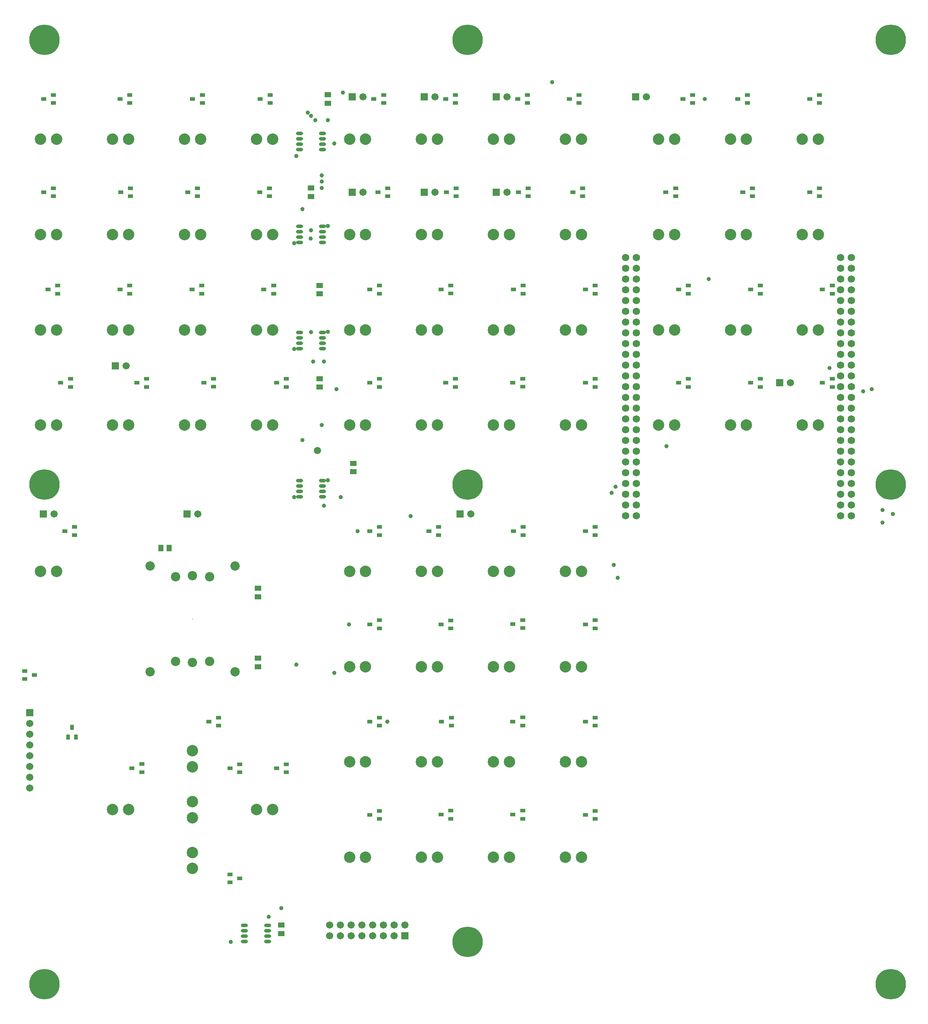
<source format=gbr>
%TF.GenerationSoftware,Altium Limited,Altium Designer,20.2.5 (213)*%
G04 Layer_Color=8388736*
%FSLAX45Y45*%
%MOMM*%
%TF.SameCoordinates,662F433C-BD6F-4083-8A0F-E7C0AAC1164F*%
%TF.FilePolarity,Negative*%
%TF.FileFunction,Soldermask,Top*%
%TF.Part,Single*%
G01*
G75*
%TA.AperFunction,ComponentPad*%
%ADD33C,2.70320*%
%ADD34C,1.70320*%
%ADD35R,1.70320X1.70320*%
%ADD36C,1.72720*%
%ADD37R,1.70320X1.70320*%
%ADD38C,0.20320*%
%ADD39C,2.20320*%
%TA.AperFunction,ViaPad*%
%ADD40C,7.20320*%
%ADD41C,1.00320*%
%ADD42C,1.70320*%
%TA.AperFunction,SMDPad,CuDef*%
%ADD45R,1.25320X0.85320*%
%ADD46R,0.85320X1.25320*%
%ADD47R,1.15320X1.60320*%
%ADD48R,1.60320X1.15320*%
%ADD49O,1.65320X0.80320*%
D33*
X15410001Y20450000D02*
D03*
X15789999D02*
D03*
X18810001Y13700000D02*
D03*
X19189999D02*
D03*
X4400008Y4435000D02*
D03*
Y4815000D02*
D03*
X18810001Y15950000D02*
D03*
X19189999D02*
D03*
X18810001Y18200000D02*
D03*
X19189999D02*
D03*
X18810001Y20450000D02*
D03*
X19189999D02*
D03*
X17110001Y13700000D02*
D03*
X17489999D02*
D03*
X17110001Y15950000D02*
D03*
X17489999D02*
D03*
X17110001Y18200000D02*
D03*
X17489999D02*
D03*
X17110001Y20450000D02*
D03*
X17489999D02*
D03*
X15410001Y13700000D02*
D03*
X15789999D02*
D03*
X15410001Y15950000D02*
D03*
X15789999D02*
D03*
X15410001Y18200000D02*
D03*
X15789999D02*
D03*
X13210001Y13700000D02*
D03*
X13589999D02*
D03*
X11510000D02*
D03*
X11890000D02*
D03*
X9810000D02*
D03*
X10190000D02*
D03*
X8110000D02*
D03*
X8490000D02*
D03*
X13210001Y15950000D02*
D03*
X13589999D02*
D03*
X11510000D02*
D03*
X11890000D02*
D03*
X9810000D02*
D03*
X10190000D02*
D03*
X8110000D02*
D03*
X8490000D02*
D03*
X13210001Y18200000D02*
D03*
X13589999D02*
D03*
X11510000D02*
D03*
X11890000D02*
D03*
X9810000D02*
D03*
X10190000D02*
D03*
X8110000D02*
D03*
X8490000D02*
D03*
X13210001Y20450000D02*
D03*
X13589999D02*
D03*
X11510000D02*
D03*
X11890000D02*
D03*
X9810000D02*
D03*
X10190000D02*
D03*
X8110000D02*
D03*
X8490000D02*
D03*
X13210001Y10250000D02*
D03*
X13589999D02*
D03*
X13210001Y8000000D02*
D03*
X13589999D02*
D03*
X13210001Y5750000D02*
D03*
X13589999D02*
D03*
X13210001Y3500000D02*
D03*
X13589999D02*
D03*
X11510000D02*
D03*
X11890000D02*
D03*
X9810000D02*
D03*
X10190000D02*
D03*
X11510000Y10250000D02*
D03*
X11890000D02*
D03*
X9810000D02*
D03*
X10190000D02*
D03*
X8110000D02*
D03*
X8490000D02*
D03*
X11510000Y8000000D02*
D03*
X11890000D02*
D03*
X9810000D02*
D03*
X10190000D02*
D03*
X8110000D02*
D03*
X8490000D02*
D03*
X11510000Y5750000D02*
D03*
X11890000D02*
D03*
X9810000D02*
D03*
X10190000D02*
D03*
X8110000D02*
D03*
X8490000D02*
D03*
X8110000Y3500000D02*
D03*
X8490000D02*
D03*
X4400000Y3235000D02*
D03*
Y3615000D02*
D03*
Y5635000D02*
D03*
Y6015000D02*
D03*
X5910000Y4625000D02*
D03*
X6290000D02*
D03*
X2510000D02*
D03*
X2890000D02*
D03*
X810000Y10250000D02*
D03*
X1190000D02*
D03*
X5910000Y13700000D02*
D03*
X6290000D02*
D03*
X4210000D02*
D03*
X4590000D02*
D03*
X2510000D02*
D03*
X2890000D02*
D03*
X810000D02*
D03*
X1190000D02*
D03*
X5910000Y15950000D02*
D03*
X6290000D02*
D03*
X4210000D02*
D03*
X4590000D02*
D03*
X2510000D02*
D03*
X2890000D02*
D03*
X810000D02*
D03*
X1190000D02*
D03*
X5910000Y18200000D02*
D03*
X6290000D02*
D03*
X4210000D02*
D03*
X4590000D02*
D03*
X2510000D02*
D03*
X2890000D02*
D03*
X810000D02*
D03*
X1190000D02*
D03*
X5910000Y20450000D02*
D03*
X6290000D02*
D03*
X4210000D02*
D03*
X4590000D02*
D03*
X2510000D02*
D03*
X2890000D02*
D03*
X810000D02*
D03*
X1190000D02*
D03*
D34*
X2827000Y15100000D02*
D03*
X9416000Y1904000D02*
D03*
X9162000Y1650000D02*
D03*
Y1904000D02*
D03*
X8908000Y1650000D02*
D03*
Y1904000D02*
D03*
X8654000Y1650000D02*
D03*
Y1904000D02*
D03*
X8400000Y1650000D02*
D03*
Y1904000D02*
D03*
X8146000Y1650000D02*
D03*
Y1904000D02*
D03*
X7892000Y1650000D02*
D03*
Y1904000D02*
D03*
X7638000Y1650000D02*
D03*
Y1904000D02*
D03*
X550000Y6658000D02*
D03*
Y6404000D02*
D03*
Y6150000D02*
D03*
Y5896000D02*
D03*
Y5642000D02*
D03*
Y5388000D02*
D03*
Y5134000D02*
D03*
X10977000Y11600000D02*
D03*
X4527000D02*
D03*
X1127000D02*
D03*
X18527000Y14700000D02*
D03*
X11827000Y19200000D02*
D03*
X10127000D02*
D03*
X8427000D02*
D03*
X15127000Y21450000D02*
D03*
X11827000D02*
D03*
X10127000D02*
D03*
X8427000D02*
D03*
D35*
X2573000Y15100000D02*
D03*
X9416000Y1650000D02*
D03*
X10723000Y11600000D02*
D03*
X4273000D02*
D03*
X873000D02*
D03*
X18273000Y14700000D02*
D03*
X11573000Y19200000D02*
D03*
X9873000D02*
D03*
X8173000D02*
D03*
X14873000Y21450000D02*
D03*
X11573000D02*
D03*
X9873000D02*
D03*
X8173000D02*
D03*
D36*
X19967999Y17656000D02*
D03*
X19714000D02*
D03*
X19967999Y17402000D02*
D03*
X19714000D02*
D03*
X19967999Y17148000D02*
D03*
X19714000D02*
D03*
X19967999Y16894000D02*
D03*
X19714000D02*
D03*
X19967999Y16639999D02*
D03*
X19714000D02*
D03*
X19967999Y16386000D02*
D03*
X19714000D02*
D03*
X19967999Y16132001D02*
D03*
X19714000D02*
D03*
X19967999Y15878000D02*
D03*
X19714000D02*
D03*
X19967999Y15624001D02*
D03*
X19714000D02*
D03*
X19967999Y15370000D02*
D03*
X19714000D02*
D03*
X19967999Y15116000D02*
D03*
X19714000D02*
D03*
X19967999Y14862000D02*
D03*
X19714000D02*
D03*
X19967999Y14608000D02*
D03*
X19714000D02*
D03*
X19967999Y14353999D02*
D03*
X19714000D02*
D03*
X19967999Y14100000D02*
D03*
X19714000D02*
D03*
X19967999Y13846001D02*
D03*
X19714000D02*
D03*
X19967999Y13592000D02*
D03*
X19714000D02*
D03*
X19967999Y13338000D02*
D03*
X19714000D02*
D03*
X19967999Y13084000D02*
D03*
X19714000D02*
D03*
X19967999Y12830000D02*
D03*
X19714000D02*
D03*
X19967999Y12576000D02*
D03*
X19714000D02*
D03*
X19967999Y12322000D02*
D03*
X19714000D02*
D03*
X19967999Y12068000D02*
D03*
X19714000D02*
D03*
X19967999Y11814000D02*
D03*
X19714000D02*
D03*
X19967999Y11560000D02*
D03*
X19714000D02*
D03*
X14888000Y17656000D02*
D03*
X14634000D02*
D03*
X14888000Y17402000D02*
D03*
X14634000D02*
D03*
X14888000Y17148000D02*
D03*
X14634000D02*
D03*
X14888000Y16894000D02*
D03*
X14634000D02*
D03*
X14888000Y16639999D02*
D03*
X14634000D02*
D03*
X14888000Y16386000D02*
D03*
X14634000D02*
D03*
X14888000Y16132001D02*
D03*
X14634000D02*
D03*
X14888000Y15878000D02*
D03*
X14634000D02*
D03*
X14888000Y15624001D02*
D03*
X14634000D02*
D03*
X14888000Y15370000D02*
D03*
X14634000D02*
D03*
X14888000Y15116000D02*
D03*
X14634000D02*
D03*
X14888000Y14862000D02*
D03*
X14634000D02*
D03*
X14888000Y14608000D02*
D03*
X14634000D02*
D03*
X14888000Y14353999D02*
D03*
X14634000D02*
D03*
X14888000Y14100000D02*
D03*
X14634000D02*
D03*
X14888000Y13846001D02*
D03*
X14634000D02*
D03*
X14888000Y13592000D02*
D03*
X14634000D02*
D03*
X14888000Y13338000D02*
D03*
X14634000D02*
D03*
X14888000Y13084000D02*
D03*
X14634000D02*
D03*
X14888000Y12830000D02*
D03*
X14634000D02*
D03*
X14888000Y12576000D02*
D03*
X14634000D02*
D03*
X14888000Y12322000D02*
D03*
X14634000D02*
D03*
X14888000Y12068000D02*
D03*
X14634000D02*
D03*
X14888000Y11814000D02*
D03*
X14634000D02*
D03*
X14888000Y11560000D02*
D03*
X14634000D02*
D03*
D37*
X550000Y6912000D02*
D03*
D38*
X4400000Y9125000D02*
D03*
D39*
X4800000Y8125000D02*
D03*
X4000000D02*
D03*
X4800000Y10125000D02*
D03*
X4000000D02*
D03*
X4400000Y8100000D02*
D03*
Y10150000D02*
D03*
X5400000Y10375000D02*
D03*
X3400000D02*
D03*
X5400000Y7875000D02*
D03*
X3400000D02*
D03*
D40*
X900000Y22800000D02*
D03*
Y12300000D02*
D03*
Y500000D02*
D03*
X10900000Y22800000D02*
D03*
Y12300000D02*
D03*
Y1500000D02*
D03*
X20900000Y500000D02*
D03*
Y12300000D02*
D03*
Y22800000D02*
D03*
D41*
X19450000Y15050000D02*
D03*
X16500000Y21400000D02*
D03*
X16600000Y17150000D02*
D03*
X7000000Y13350000D02*
D03*
X15600000Y13200000D02*
D03*
X12900000Y21800000D02*
D03*
X7950000Y21550000D02*
D03*
X7449985Y19599960D02*
D03*
X7450000Y19450000D02*
D03*
Y19300000D02*
D03*
X14400000Y12250000D02*
D03*
X14300000Y12100000D02*
D03*
X14450000Y10100000D02*
D03*
X14350000Y10400000D02*
D03*
X6850000Y8050000D02*
D03*
X20700000Y11700000D02*
D03*
X7750000Y7850000D02*
D03*
X7900000Y12000000D02*
D03*
X20450000Y14550000D02*
D03*
X9000000Y6700000D02*
D03*
X9550000Y11550000D02*
D03*
X8100000Y9000000D02*
D03*
X8300000Y11200000D02*
D03*
X7450000Y13700000D02*
D03*
X7750000Y20350000D02*
D03*
X7800000Y14550000D02*
D03*
X20250000Y14500000D02*
D03*
X20950000Y11600000D02*
D03*
X20700000Y11400000D02*
D03*
X6800000Y18000000D02*
D03*
Y15500000D02*
D03*
Y12000000D02*
D03*
X5300000Y1500000D02*
D03*
X6850000Y20050000D02*
D03*
X7195250Y15895250D02*
D03*
X7500000Y15200000D02*
D03*
X7250000D02*
D03*
X7000000Y18800000D02*
D03*
X7190128Y18105206D02*
D03*
X7200000Y18300000D02*
D03*
X7597289Y15902711D02*
D03*
X7600000Y18400000D02*
D03*
Y12400000D02*
D03*
X6200000Y2100000D02*
D03*
X7600000Y20900000D02*
D03*
X6500000Y2300000D02*
D03*
X7500000Y11800000D02*
D03*
X7120000Y21075497D02*
D03*
X7200000Y21000000D02*
D03*
X7300000Y20900000D02*
D03*
D42*
X7350000Y13100000D02*
D03*
D45*
X435000Y7895000D02*
D03*
Y7705000D02*
D03*
X665000Y7800000D02*
D03*
X13914999Y4405000D02*
D03*
Y4595000D02*
D03*
X13685001Y4500000D02*
D03*
X12200000Y4410000D02*
D03*
Y4600000D02*
D03*
X11970000Y4505000D02*
D03*
X10500000Y4410000D02*
D03*
Y4600000D02*
D03*
X10270000Y4505000D02*
D03*
X8815000Y4405000D02*
D03*
Y4595000D02*
D03*
X8585000Y4500000D02*
D03*
X5285000Y3095000D02*
D03*
Y2905000D02*
D03*
X5515000Y3000000D02*
D03*
X13914999Y6605000D02*
D03*
Y6795000D02*
D03*
X13685001Y6700000D02*
D03*
X12200000Y6610000D02*
D03*
Y6800000D02*
D03*
X11970000Y6705000D02*
D03*
X10515000Y6605000D02*
D03*
Y6795000D02*
D03*
X10285000Y6700000D02*
D03*
X8815000Y6605000D02*
D03*
Y6795000D02*
D03*
X8585000Y6700000D02*
D03*
X6615000Y5505000D02*
D03*
Y5695000D02*
D03*
X6385000Y5600000D02*
D03*
X5515000Y5505000D02*
D03*
Y5695000D02*
D03*
X5285000Y5600000D02*
D03*
X3200000Y5510000D02*
D03*
Y5700000D02*
D03*
X2970000Y5605000D02*
D03*
X13914999Y8905000D02*
D03*
Y9095000D02*
D03*
X13685001Y9000000D02*
D03*
X12200000Y8910000D02*
D03*
Y9100000D02*
D03*
X11970000Y9005000D02*
D03*
X10500000Y8900000D02*
D03*
Y9090000D02*
D03*
X10270000Y8995000D02*
D03*
X8815000Y8905000D02*
D03*
Y9095000D02*
D03*
X8585000Y9000000D02*
D03*
X5015000Y6605000D02*
D03*
Y6795000D02*
D03*
X4785000Y6700000D02*
D03*
X13914999Y11105000D02*
D03*
Y11295000D02*
D03*
X13685001Y11200000D02*
D03*
X12215000Y11105000D02*
D03*
Y11295000D02*
D03*
X11985000Y11200000D02*
D03*
X10215000Y11105000D02*
D03*
Y11295000D02*
D03*
X9985000Y11200000D02*
D03*
X8815000Y11105000D02*
D03*
Y11295000D02*
D03*
X8585000Y11200000D02*
D03*
X1615000Y11105000D02*
D03*
Y11295000D02*
D03*
X1385000Y11200000D02*
D03*
X19514999Y14605000D02*
D03*
Y14795000D02*
D03*
X19285001Y14700000D02*
D03*
X17814999Y14605000D02*
D03*
Y14795000D02*
D03*
X17585001Y14700000D02*
D03*
X16114999Y14605000D02*
D03*
Y14795000D02*
D03*
X15885001Y14700000D02*
D03*
X13914999Y14605000D02*
D03*
Y14795000D02*
D03*
X13685001Y14700000D02*
D03*
X12200000Y14610001D02*
D03*
Y14800000D02*
D03*
X11970000Y14705000D02*
D03*
X10615000Y14605000D02*
D03*
Y14795000D02*
D03*
X10385000Y14700000D02*
D03*
X8815000Y14605000D02*
D03*
Y14795000D02*
D03*
X8585000Y14700000D02*
D03*
X6615000Y14605000D02*
D03*
Y14795000D02*
D03*
X6385000Y14700000D02*
D03*
X4900000Y14610001D02*
D03*
Y14800000D02*
D03*
X4670000Y14705000D02*
D03*
X3315000Y14605000D02*
D03*
Y14795000D02*
D03*
X3085000Y14700000D02*
D03*
X1515000Y14605000D02*
D03*
Y14795000D02*
D03*
X1285000Y14700000D02*
D03*
X19514999Y16805000D02*
D03*
Y16995000D02*
D03*
X19285001Y16900000D02*
D03*
X17814999Y16805000D02*
D03*
Y16995000D02*
D03*
X17585001Y16900000D02*
D03*
X16114999Y16805000D02*
D03*
Y16995000D02*
D03*
X15885001Y16900000D02*
D03*
X13914999Y16805000D02*
D03*
Y16995000D02*
D03*
X13685001Y16900000D02*
D03*
X12215000Y16805000D02*
D03*
Y16995000D02*
D03*
X11985000Y16900000D02*
D03*
X10500000Y16810001D02*
D03*
Y17000000D02*
D03*
X10270000Y16905000D02*
D03*
X8815000Y16805000D02*
D03*
Y16995000D02*
D03*
X8585000Y16900000D02*
D03*
X6315000Y16805000D02*
D03*
Y16995000D02*
D03*
X6085000Y16900000D02*
D03*
X4615000Y16805000D02*
D03*
Y16995000D02*
D03*
X4385000Y16900000D02*
D03*
X2915000Y16805000D02*
D03*
Y16995000D02*
D03*
X2685000Y16900000D02*
D03*
X1215000Y16805000D02*
D03*
Y16995000D02*
D03*
X985000Y16900000D02*
D03*
X19214999Y19105000D02*
D03*
Y19295000D02*
D03*
X18985001Y19200000D02*
D03*
X17630000Y19105000D02*
D03*
Y19295000D02*
D03*
X17400000Y19200000D02*
D03*
X15814999Y19105000D02*
D03*
Y19295000D02*
D03*
X15585001Y19200000D02*
D03*
X13614999Y19105000D02*
D03*
Y19295000D02*
D03*
X13385001Y19200000D02*
D03*
X12330000Y19105000D02*
D03*
Y19295000D02*
D03*
X12100000Y19200000D02*
D03*
X10630000Y19105000D02*
D03*
Y19295000D02*
D03*
X10400000Y19200000D02*
D03*
X9015000Y19105000D02*
D03*
Y19295000D02*
D03*
X8785000Y19200000D02*
D03*
X6215000Y19105000D02*
D03*
Y19295000D02*
D03*
X5985000Y19200000D02*
D03*
X4515000Y19105000D02*
D03*
Y19295000D02*
D03*
X4285000Y19200000D02*
D03*
X2930000Y19105000D02*
D03*
Y19295000D02*
D03*
X2700000Y19200000D02*
D03*
X1115000Y19105000D02*
D03*
Y19295000D02*
D03*
X885000Y19200000D02*
D03*
X19214999Y21305000D02*
D03*
Y21495000D02*
D03*
X18985001Y21400000D02*
D03*
X17514999Y21305000D02*
D03*
Y21495000D02*
D03*
X17285001Y21400000D02*
D03*
X16214999Y21305000D02*
D03*
Y21495000D02*
D03*
X15985001Y21400000D02*
D03*
X13530000Y21305000D02*
D03*
Y21495000D02*
D03*
X13300000Y21400000D02*
D03*
X12315000Y21305000D02*
D03*
Y21495000D02*
D03*
X12085000Y21400000D02*
D03*
X10615000Y21305000D02*
D03*
Y21495000D02*
D03*
X10385000Y21400000D02*
D03*
X8915000Y21305000D02*
D03*
Y21495000D02*
D03*
X8685000Y21400000D02*
D03*
X6230000Y21305000D02*
D03*
Y21495000D02*
D03*
X6000000Y21400000D02*
D03*
X4630000Y21305000D02*
D03*
Y21495000D02*
D03*
X4400000Y21400000D02*
D03*
X2915000Y21305000D02*
D03*
Y21495000D02*
D03*
X2685000Y21400000D02*
D03*
X1115000Y21305000D02*
D03*
Y21495000D02*
D03*
X885000Y21400000D02*
D03*
D46*
X1455000Y6335000D02*
D03*
X1645000D02*
D03*
X1550000Y6565000D02*
D03*
D47*
X3650000Y10800000D02*
D03*
X3850000D02*
D03*
D48*
X5950000Y9650000D02*
D03*
Y9850000D02*
D03*
Y8200000D02*
D03*
Y8000000D02*
D03*
X6500000Y1900000D02*
D03*
Y1700000D02*
D03*
X7400000Y14800000D02*
D03*
Y14600000D02*
D03*
Y17000000D02*
D03*
Y16800000D02*
D03*
X7200000Y19300000D02*
D03*
Y19100000D02*
D03*
X7600000Y21500000D02*
D03*
Y21300000D02*
D03*
X8200000Y12600000D02*
D03*
Y12800000D02*
D03*
D49*
X6172500Y1509500D02*
D03*
Y1636500D02*
D03*
Y1763500D02*
D03*
Y1890500D02*
D03*
X5627500Y1509500D02*
D03*
Y1636500D02*
D03*
Y1763500D02*
D03*
Y1890500D02*
D03*
X7472500Y12009500D02*
D03*
Y12136500D02*
D03*
Y12263500D02*
D03*
Y12390500D02*
D03*
X6927500Y12009500D02*
D03*
Y12136500D02*
D03*
Y12263500D02*
D03*
Y12390500D02*
D03*
X7472500Y15509500D02*
D03*
Y15636501D02*
D03*
Y15763499D02*
D03*
Y15890500D02*
D03*
X6927500Y15509500D02*
D03*
Y15636501D02*
D03*
Y15763499D02*
D03*
Y15890500D02*
D03*
X7472500Y18009500D02*
D03*
Y18136501D02*
D03*
Y18263499D02*
D03*
Y18390500D02*
D03*
X6927500Y18009500D02*
D03*
Y18136501D02*
D03*
Y18263499D02*
D03*
Y18390500D02*
D03*
X7472500Y20209500D02*
D03*
Y20336501D02*
D03*
Y20463499D02*
D03*
Y20590500D02*
D03*
X6927500Y20209500D02*
D03*
Y20336501D02*
D03*
Y20463499D02*
D03*
Y20590500D02*
D03*
%TF.MD5,84b1a0afb737a798383083ef0da7368e*%
M02*

</source>
